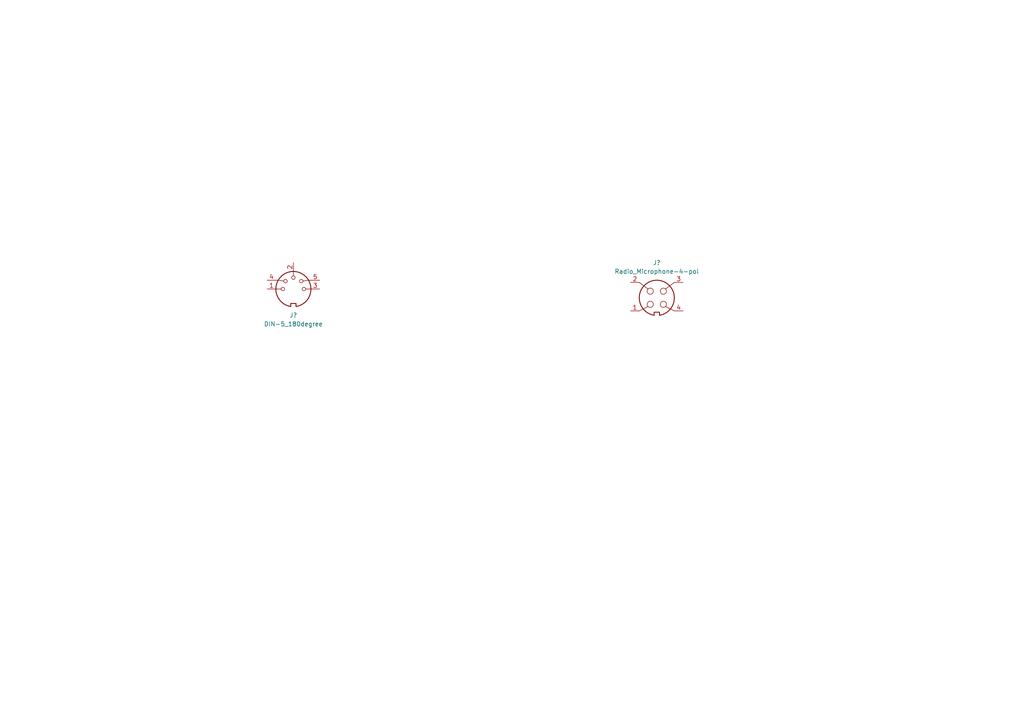
<source format=kicad_sch>
(kicad_sch (version 20211123) (generator eeschema)
  (paper "A4")
  (lib_symbols
    (symbol "Connector:DIN-5_180degree" (pin_names (offset 1.016))
      (property "Reference" "J" (at 3.175 5.715 0))
      (property "Value" "DIN-5_180degree" (at 0 -6.35 0))
      (symbol "DIN-5_180degree_0_1"
        (arc (start -5.08 0) (mid -3.8609 -3.3364) (end -0.762 -5.08) (stroke (width 0.254)))
        (circle (center -3.048 0) (radius 0.508))
        (circle (center -2.286 2.286) (radius 0.508))
        (polyline (pts (xy -5.08 0) (xy -3.556 0)))
        (polyline (pts (xy 0 5.08) (xy 0 3.81)))
        (polyline (pts (xy 5.08 0) (xy 3.556 0)))
        (polyline (pts (xy -5.08 2.54) (xy -4.318 2.54) (xy -2.794 2.286)))
        (polyline (pts (xy 5.08 2.54) (xy 4.318 2.54) (xy 2.794 2.286)))
        (polyline (pts (xy -0.762 -4.953) (xy -0.762 -4.191) (xy 0.762 -4.191) (xy 0.762 -4.953)) (stroke (width 0.254)))
        (circle (center 0 3.302) (radius 0.508))
        (arc (start 0.762 -5.08) (mid 3.8685 -3.343) (end 5.08 0) (stroke (width 0.254)))
        (circle (center 2.286 2.286) (radius 0.508))
        (circle (center 3.048 0) (radius 0.508))
        (arc (start 5.08 0) (mid 0 5.08) (end -5.08 0) (stroke (width 0.254)))
      )
      (symbol "DIN-5_180degree_1_1"
        (pin passive line (at -7.62 0 0) (length 2.54) (name "~") (number "1"))
        (pin passive line (at 0 7.62 270) (length 2.54) (name "~") (number "2"))
        (pin passive line (at 7.62 0 180) (length 2.54) (name "~") (number "3"))
        (pin passive line (at -7.62 2.54 0) (length 2.54) (name "~") (number "4"))
        (pin passive line (at 7.62 2.54 180) (length 2.54) (name "~") (number "5"))
      )
    )
    (symbol "DL5BCT-DIN-Standard:Radio_Microphone-4-pol" (pin_names (offset 1.016))
      (property "Reference" "J" (at 5.715 11.43 0))
      (property "Value" "Radio_Microphone-4-pol" (at 7.62 -2.54 0))
      (symbol "Radio_Microphone-4-pol_0_1"
        (polyline (pts (xy 2.54 8.255) (xy 5.08 6.35)))
        (polyline (pts (xy 5.08 1.27) (xy 2.54 0)))
        (polyline (pts (xy 12.7 0) (xy 10.16 1.27)))
        (polyline (pts (xy 12.7 8.255) (xy 10.16 6.35)))
        (polyline (pts (xy 6.858 -1.143) (xy 6.858 -0.381) (xy 8.382 -0.381) (xy 8.382 -1.143)) (stroke (width 0.254)))
        (arc (start 2.54 3.81) (mid 3.7603 0.4721) (end 6.858 -1.27) (stroke (width 0.254)))
        (circle (center 5.715 1.905) (radius 0.898))
        (circle (center 5.715 5.715) (radius 0.898))
        (arc (start 8.382 -1.27) (mid 11.4873 0.4656) (end 12.7 3.81) (stroke (width 0.254)))
        (circle (center 9.525 1.905) (radius 0.898))
        (circle (center 9.525 5.715) (radius 0.898))
        (arc (start 12.7 3.81) (mid 7.62 8.89) (end 2.54 3.81) (stroke (width 0.254)))
      )
      (symbol "Radio_Microphone-4-pol_1_1"
        (pin passive line (at 0 0 0) (length 2.54) (name "~") (number "1"))
        (pin passive line (at 0 8.255 0) (length 2.54) (name "~") (number "2"))
        (pin passive line (at 15.24 8.255 180) (length 2.54) (name "~") (number "3"))
        (pin passive line (at 15.24 0 180) (length 2.54) (name "~") (number "4"))
      )
    )
  )
  (symbol (lib_id "Connector:DIN-5_180degree") (at 85.09 83.82 0) (unit 1)
    (property "Reference" "J?" (at 85.0901 91.44 0))
    (property "Value" "DIN-5_180degree" (at 85.0901 93.98 0))
    (property "Datasheet" "http://www.mouser.com/ds/2/18/40_c091_abd_e-75918.pdf" (effects hide))
  )
  (symbol (lib_id "DL5BCT-DIN-Standard:Radio_Microphone-4-pol") (at 182.88 90.17 0) (unit 1)
    (property "Reference" "J?" (at 190.5 76.2 0))
    (property "Value" "Radio_Microphone-4-pol" (at 190.5 78.74 0))
    (property "Datasheet" "(TBD)" (effects hide))
  )
)
</source>
